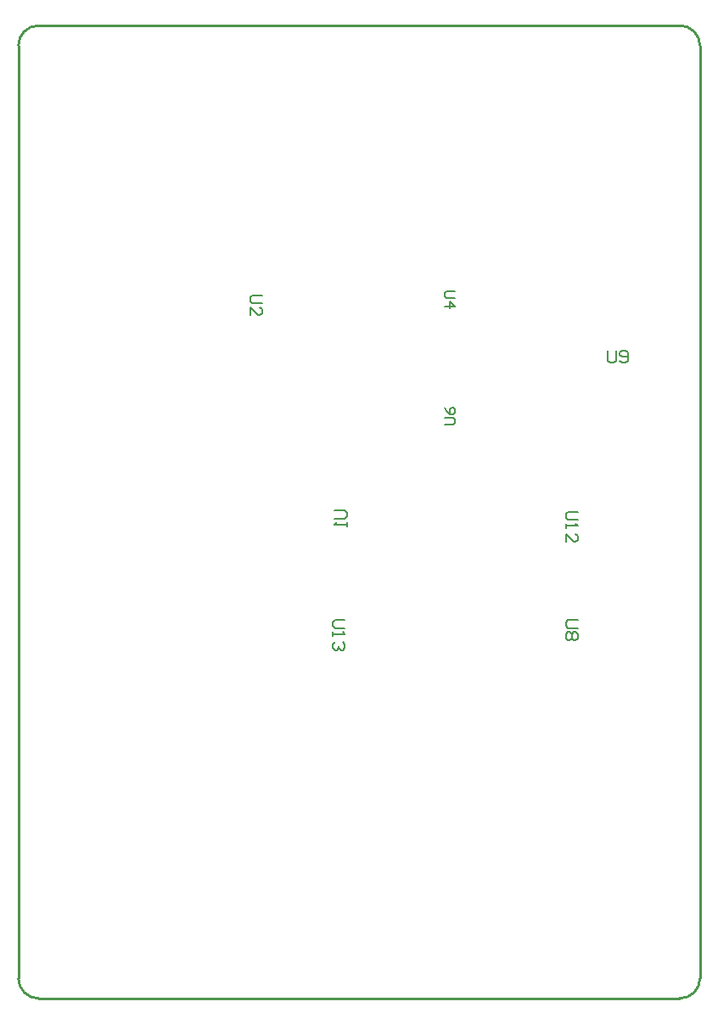
<source format=gbr>
%TF.GenerationSoftware,Altium Limited,Altium Designer,23.5.1 (21)*%
G04 Layer_Color=16711935*
%FSLAX45Y45*%
%MOMM*%
%TF.SameCoordinates,7ECB1A03-3DEC-426C-BD6E-5A7E68E82EE6*%
%TF.FilePolarity,Positive*%
%TF.FileFunction,Other,Mechanical_1*%
%TF.Part,Single*%
G01*
G75*
%TA.AperFunction,NonConductor*%
%ADD36C,0.15000*%
%ADD37C,0.25400*%
%ADD58C,0.17780*%
D36*
X5580961Y3771900D02*
X5480994D01*
X5461000Y3751906D01*
Y3711919D01*
X5480994Y3691926D01*
X5580961D01*
X5560968Y3651939D02*
X5580961Y3631945D01*
Y3591958D01*
X5560968Y3571965D01*
X5540974D01*
X5520981Y3591958D01*
X5500987Y3571965D01*
X5480994D01*
X5461000Y3591958D01*
Y3631945D01*
X5480994Y3651939D01*
X5500987D01*
X5520981Y3631945D01*
X5540974Y3651939D01*
X5560968D01*
X5520981Y3631945D02*
Y3591958D01*
X3156639Y4864100D02*
X3256606D01*
X3276600Y4844106D01*
Y4804119D01*
X3256606Y4784126D01*
X3156639D01*
X3276600Y4744139D02*
Y4704152D01*
Y4724145D01*
X3156639D01*
X3176632Y4744139D01*
X3256861Y3771900D02*
X3156894D01*
X3136900Y3751906D01*
Y3711919D01*
X3156894Y3691926D01*
X3256861D01*
X3136900Y3651939D02*
Y3611952D01*
Y3631945D01*
X3256861D01*
X3236868Y3651939D01*
Y3551971D02*
X3256861Y3531977D01*
Y3491990D01*
X3236868Y3471997D01*
X3216874D01*
X3196881Y3491990D01*
Y3511984D01*
Y3491990D01*
X3176887Y3471997D01*
X3156894D01*
X3136900Y3491990D01*
Y3531977D01*
X3156894Y3551971D01*
X2431361Y7010400D02*
X2331394D01*
X2311400Y6990406D01*
Y6950419D01*
X2331394Y6930426D01*
X2431361D01*
X2311400Y6810465D02*
Y6890439D01*
X2391374Y6810465D01*
X2411368D01*
X2431361Y6830458D01*
Y6870445D01*
X2411368Y6890439D01*
X5880100Y6457261D02*
Y6357294D01*
X5900094Y6337300D01*
X5940081D01*
X5960074Y6357294D01*
Y6457261D01*
X6000061Y6357294D02*
X6020055Y6337300D01*
X6060042D01*
X6080035Y6357294D01*
Y6437268D01*
X6060042Y6457261D01*
X6020055D01*
X6000061Y6437268D01*
Y6417274D01*
X6020055Y6397281D01*
X6080035D01*
X5580961Y4851400D02*
X5480994D01*
X5461000Y4831406D01*
Y4791419D01*
X5480994Y4771426D01*
X5580961D01*
X5461000Y4731439D02*
Y4691452D01*
Y4711445D01*
X5580961D01*
X5560968Y4731439D01*
X5461000Y4551497D02*
Y4631471D01*
X5540974Y4551497D01*
X5560968D01*
X5580961Y4571490D01*
Y4611477D01*
X5560968Y4631471D01*
D37*
X6600000Y0D02*
G03*
X6800000Y200000I0J200000D01*
G01*
X6800000Y9500000D02*
G03*
X6600000Y9700000I-200000J-0D01*
G01*
X200000D02*
G03*
X0Y9500000I0J-200000D01*
G01*
Y200000D02*
G03*
X200000Y0I200000J0D01*
G01*
X6600000D01*
X6800000Y200000D02*
Y9500000D01*
X200000Y9700000D02*
X6600000D01*
X0Y200000D02*
Y9500000D01*
D58*
X4254533Y5724825D02*
X4339172D01*
X4356100Y5741753D01*
Y5775609D01*
X4339172Y5792537D01*
X4254533D01*
Y5894104D02*
X4271461Y5860248D01*
X4305317Y5826393D01*
X4339172D01*
X4356100Y5843321D01*
Y5877176D01*
X4339172Y5894104D01*
X4322244D01*
X4305317Y5877176D01*
Y5826393D01*
X4356067Y7048500D02*
X4271428D01*
X4254500Y7031572D01*
Y6997717D01*
X4271428Y6980789D01*
X4356067D01*
X4254500Y6896149D02*
X4356067D01*
X4305283Y6946933D01*
Y6879221D01*
%TF.MD5,cb82ca8c8deea3a8583c9083ddda7a97*%
M02*

</source>
